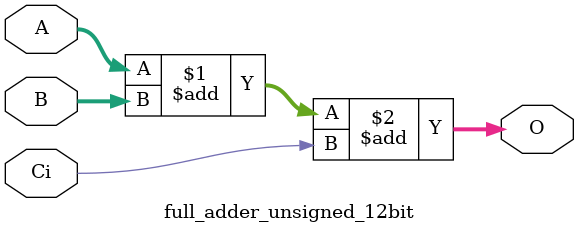
<source format=v>
module full_adder_unsigned_12bit(A, B, Ci, O);
  input [11:0] A;
  input [11:0] B;
  input Ci;
  output [12:0] O;

  assign O = A + B + Ci;
endmodule




</source>
